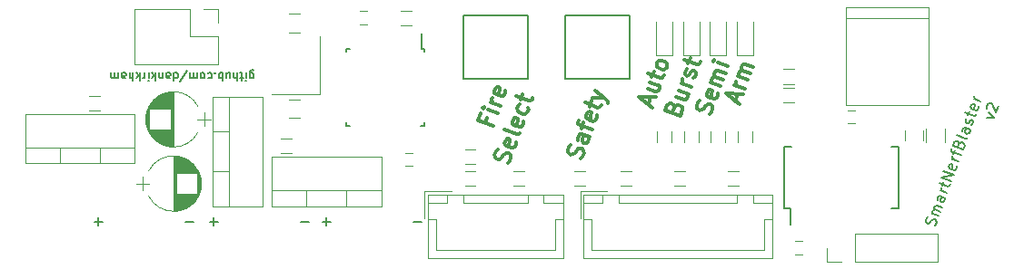
<source format=gbr>
G04 #@! TF.GenerationSoftware,KiCad,Pcbnew,(5.0.1-3-g963ef8bb5)*
G04 #@! TF.CreationDate,2020-07-12T22:57:35-05:00*
G04 #@! TF.ProjectId,SmartNerfBlaster,536D6172744E657266426C6173746572,v1*
G04 #@! TF.SameCoordinates,Original*
G04 #@! TF.FileFunction,Legend,Top*
G04 #@! TF.FilePolarity,Positive*
%FSLAX46Y46*%
G04 Gerber Fmt 4.6, Leading zero omitted, Abs format (unit mm)*
G04 Created by KiCad (PCBNEW (5.0.1-3-g963ef8bb5)) date Sunday, July 12, 2020 at 10:57:35 PM*
%MOMM*%
%LPD*%
G01*
G04 APERTURE LIST*
%ADD10C,0.190500*%
%ADD11C,0.300000*%
%ADD12C,0.120000*%
%ADD13C,0.150000*%
G04 APERTURE END LIST*
D10*
X138368175Y-77163285D02*
X138368175Y-76546428D01*
X138404460Y-76473857D01*
X138440746Y-76437571D01*
X138513317Y-76401285D01*
X138622175Y-76401285D01*
X138694746Y-76437571D01*
X138368175Y-76691571D02*
X138440746Y-76655285D01*
X138585889Y-76655285D01*
X138658460Y-76691571D01*
X138694746Y-76727857D01*
X138731032Y-76800428D01*
X138731032Y-77018142D01*
X138694746Y-77090714D01*
X138658460Y-77127000D01*
X138585889Y-77163285D01*
X138440746Y-77163285D01*
X138368175Y-77127000D01*
X138005317Y-76655285D02*
X138005317Y-77163285D01*
X138005317Y-77417285D02*
X138041603Y-77381000D01*
X138005317Y-77344714D01*
X137969032Y-77381000D01*
X138005317Y-77417285D01*
X138005317Y-77344714D01*
X137751317Y-77163285D02*
X137461032Y-77163285D01*
X137642460Y-77417285D02*
X137642460Y-76764142D01*
X137606175Y-76691571D01*
X137533603Y-76655285D01*
X137461032Y-76655285D01*
X137207032Y-76655285D02*
X137207032Y-77417285D01*
X136880460Y-76655285D02*
X136880460Y-77054428D01*
X136916746Y-77127000D01*
X136989317Y-77163285D01*
X137098175Y-77163285D01*
X137170746Y-77127000D01*
X137207032Y-77090714D01*
X136191032Y-77163285D02*
X136191032Y-76655285D01*
X136517603Y-77163285D02*
X136517603Y-76764142D01*
X136481317Y-76691571D01*
X136408746Y-76655285D01*
X136299889Y-76655285D01*
X136227317Y-76691571D01*
X136191032Y-76727857D01*
X135828175Y-76655285D02*
X135828175Y-77417285D01*
X135828175Y-77127000D02*
X135755603Y-77163285D01*
X135610460Y-77163285D01*
X135537889Y-77127000D01*
X135501603Y-77090714D01*
X135465317Y-77018142D01*
X135465317Y-76800428D01*
X135501603Y-76727857D01*
X135537889Y-76691571D01*
X135610460Y-76655285D01*
X135755603Y-76655285D01*
X135828175Y-76691571D01*
X135138746Y-76727857D02*
X135102460Y-76691571D01*
X135138746Y-76655285D01*
X135175032Y-76691571D01*
X135138746Y-76727857D01*
X135138746Y-76655285D01*
X134449317Y-76691571D02*
X134521889Y-76655285D01*
X134667032Y-76655285D01*
X134739603Y-76691571D01*
X134775889Y-76727857D01*
X134812175Y-76800428D01*
X134812175Y-77018142D01*
X134775889Y-77090714D01*
X134739603Y-77127000D01*
X134667032Y-77163285D01*
X134521889Y-77163285D01*
X134449317Y-77127000D01*
X134013889Y-76655285D02*
X134086460Y-76691571D01*
X134122746Y-76727857D01*
X134159032Y-76800428D01*
X134159032Y-77018142D01*
X134122746Y-77090714D01*
X134086460Y-77127000D01*
X134013889Y-77163285D01*
X133905032Y-77163285D01*
X133832460Y-77127000D01*
X133796175Y-77090714D01*
X133759889Y-77018142D01*
X133759889Y-76800428D01*
X133796175Y-76727857D01*
X133832460Y-76691571D01*
X133905032Y-76655285D01*
X134013889Y-76655285D01*
X133433317Y-76655285D02*
X133433317Y-77163285D01*
X133433317Y-77090714D02*
X133397032Y-77127000D01*
X133324460Y-77163285D01*
X133215603Y-77163285D01*
X133143032Y-77127000D01*
X133106746Y-77054428D01*
X133106746Y-76655285D01*
X133106746Y-77054428D02*
X133070460Y-77127000D01*
X132997889Y-77163285D01*
X132889032Y-77163285D01*
X132816460Y-77127000D01*
X132780175Y-77054428D01*
X132780175Y-76655285D01*
X131873032Y-77453571D02*
X132526175Y-76473857D01*
X131292460Y-76655285D02*
X131292460Y-77417285D01*
X131292460Y-76691571D02*
X131365032Y-76655285D01*
X131510175Y-76655285D01*
X131582746Y-76691571D01*
X131619032Y-76727857D01*
X131655317Y-76800428D01*
X131655317Y-77018142D01*
X131619032Y-77090714D01*
X131582746Y-77127000D01*
X131510175Y-77163285D01*
X131365032Y-77163285D01*
X131292460Y-77127000D01*
X130603032Y-76655285D02*
X130603032Y-77054428D01*
X130639317Y-77127000D01*
X130711889Y-77163285D01*
X130857032Y-77163285D01*
X130929603Y-77127000D01*
X130603032Y-76691571D02*
X130675603Y-76655285D01*
X130857032Y-76655285D01*
X130929603Y-76691571D01*
X130965889Y-76764142D01*
X130965889Y-76836714D01*
X130929603Y-76909285D01*
X130857032Y-76945571D01*
X130675603Y-76945571D01*
X130603032Y-76981857D01*
X130240175Y-77163285D02*
X130240175Y-76655285D01*
X130240175Y-77090714D02*
X130203889Y-77127000D01*
X130131317Y-77163285D01*
X130022460Y-77163285D01*
X129949889Y-77127000D01*
X129913603Y-77054428D01*
X129913603Y-76655285D01*
X129550746Y-76655285D02*
X129550746Y-77417285D01*
X129478175Y-76945571D02*
X129260460Y-76655285D01*
X129260460Y-77163285D02*
X129550746Y-76873000D01*
X128933889Y-76655285D02*
X128933889Y-77163285D01*
X128933889Y-77417285D02*
X128970175Y-77381000D01*
X128933889Y-77344714D01*
X128897603Y-77381000D01*
X128933889Y-77417285D01*
X128933889Y-77344714D01*
X128571032Y-76655285D02*
X128571032Y-77163285D01*
X128571032Y-77018142D02*
X128534746Y-77090714D01*
X128498460Y-77127000D01*
X128425889Y-77163285D01*
X128353317Y-77163285D01*
X128099317Y-76655285D02*
X128099317Y-77417285D01*
X128026746Y-76945571D02*
X127809032Y-76655285D01*
X127809032Y-77163285D02*
X128099317Y-76873000D01*
X127482460Y-76655285D02*
X127482460Y-77417285D01*
X127155889Y-76655285D02*
X127155889Y-77054428D01*
X127192175Y-77127000D01*
X127264746Y-77163285D01*
X127373603Y-77163285D01*
X127446175Y-77127000D01*
X127482460Y-77090714D01*
X126466460Y-76655285D02*
X126466460Y-77054428D01*
X126502746Y-77127000D01*
X126575317Y-77163285D01*
X126720460Y-77163285D01*
X126793032Y-77127000D01*
X126466460Y-76691571D02*
X126539032Y-76655285D01*
X126720460Y-76655285D01*
X126793032Y-76691571D01*
X126829317Y-76764142D01*
X126829317Y-76836714D01*
X126793032Y-76909285D01*
X126720460Y-76945571D01*
X126539032Y-76945571D01*
X126466460Y-76981857D01*
X126103603Y-76655285D02*
X126103603Y-77163285D01*
X126103603Y-77090714D02*
X126067317Y-77127000D01*
X125994746Y-77163285D01*
X125885889Y-77163285D01*
X125813317Y-77127000D01*
X125777032Y-77054428D01*
X125777032Y-76655285D01*
X125777032Y-77054428D02*
X125740746Y-77127000D01*
X125668175Y-77163285D01*
X125559317Y-77163285D01*
X125486746Y-77127000D01*
X125450460Y-77054428D01*
X125450460Y-76655285D01*
D11*
X183611957Y-79297088D02*
X183856257Y-78625879D01*
X183965823Y-79577909D02*
X182727294Y-78595033D01*
X184307843Y-78638217D01*
X184478853Y-78168370D02*
X183539160Y-77826350D01*
X183807644Y-77924070D02*
X183697832Y-77808089D01*
X183655141Y-77716539D01*
X183636880Y-77557867D01*
X183685740Y-77423625D01*
X184796443Y-77295799D02*
X183856751Y-76953779D01*
X183990992Y-77002639D02*
X183948301Y-76911088D01*
X183930041Y-76752416D01*
X184003331Y-76551053D01*
X184119311Y-76441241D01*
X184277983Y-76422981D01*
X185016313Y-76691711D01*
X184277983Y-76422981D02*
X184168172Y-76307000D01*
X184149911Y-76148328D01*
X184223201Y-75946965D01*
X184339182Y-75837153D01*
X184497853Y-75818892D01*
X185236183Y-76087623D01*
X169231842Y-84633138D02*
X169372253Y-84456206D01*
X169494403Y-84120601D01*
X169476142Y-83961929D01*
X169433451Y-83870379D01*
X169323640Y-83754398D01*
X169189398Y-83705538D01*
X169030726Y-83723798D01*
X168939175Y-83766489D01*
X168823194Y-83876301D01*
X168658353Y-84120355D01*
X168542372Y-84230167D01*
X168450821Y-84272857D01*
X168292150Y-84291118D01*
X168157908Y-84242258D01*
X168048096Y-84126277D01*
X168005405Y-84034726D01*
X167987144Y-83876055D01*
X168109294Y-83540450D01*
X168249705Y-83363517D01*
X170031863Y-82643941D02*
X169293534Y-82375211D01*
X169134862Y-82393472D01*
X169018881Y-82503284D01*
X168921161Y-82771768D01*
X168939422Y-82930439D01*
X169964743Y-82619511D02*
X169983003Y-82778183D01*
X169860853Y-83113788D01*
X169744872Y-83223600D01*
X169586201Y-83241860D01*
X169451959Y-83193000D01*
X169342147Y-83077019D01*
X169323886Y-82918348D01*
X169446036Y-82582743D01*
X169427775Y-82424071D01*
X169263181Y-81832075D02*
X169458621Y-81295108D01*
X170276164Y-81972732D02*
X169067987Y-81532992D01*
X168958176Y-81417011D01*
X168939915Y-81258340D01*
X168988775Y-81124098D01*
X170697643Y-80605884D02*
X170715904Y-80764556D01*
X170618184Y-81033040D01*
X170502203Y-81142852D01*
X170343531Y-81161112D01*
X169806564Y-80965672D01*
X169696752Y-80849691D01*
X169678491Y-80691020D01*
X169776211Y-80422536D01*
X169892192Y-80312724D01*
X170050864Y-80294463D01*
X170185106Y-80343323D01*
X170075047Y-81063392D01*
X169996081Y-79818448D02*
X170191521Y-79281481D01*
X169599525Y-79446075D02*
X170807701Y-79885815D01*
X170966373Y-79867554D01*
X171082354Y-79757743D01*
X171131214Y-79623501D01*
X170313671Y-78945876D02*
X171375514Y-78952292D01*
X170557971Y-78274667D02*
X171375514Y-78952292D01*
X171662259Y-79208684D01*
X171704949Y-79300235D01*
X171723210Y-79458906D01*
X160486306Y-80865201D02*
X160315296Y-81335047D01*
X161053626Y-81603777D02*
X159644087Y-81090747D01*
X159888387Y-80419538D01*
X161493366Y-80395601D02*
X160553673Y-80053581D01*
X160083827Y-79882571D02*
X160126518Y-79974122D01*
X160218069Y-79931431D01*
X160175378Y-79839880D01*
X160083827Y-79882571D01*
X160218069Y-79931431D01*
X161737666Y-79724392D02*
X160797973Y-79382372D01*
X161066457Y-79480092D02*
X160956645Y-79364111D01*
X160913954Y-79272560D01*
X160895693Y-79113888D01*
X160944553Y-78979647D01*
X162183575Y-78290423D02*
X162201836Y-78449095D01*
X162104116Y-78717579D01*
X161988135Y-78827390D01*
X161829463Y-78845651D01*
X161292496Y-78650211D01*
X161182684Y-78534230D01*
X161164423Y-78375558D01*
X161262143Y-78107075D01*
X161378124Y-77997263D01*
X161536796Y-77979002D01*
X161671038Y-78027862D01*
X161560980Y-78747931D01*
X162429950Y-85069213D02*
X162570361Y-84892281D01*
X162692511Y-84556676D01*
X162674250Y-84398004D01*
X162631559Y-84306454D01*
X162521748Y-84190473D01*
X162387506Y-84141613D01*
X162228834Y-84159873D01*
X162137283Y-84202564D01*
X162021302Y-84312376D01*
X161856461Y-84556430D01*
X161740480Y-84666242D01*
X161648929Y-84708932D01*
X161490258Y-84727193D01*
X161356016Y-84678333D01*
X161246204Y-84562352D01*
X161203513Y-84470801D01*
X161185252Y-84312130D01*
X161307402Y-83976525D01*
X161447813Y-83799592D01*
X163138421Y-83122707D02*
X163156681Y-83281379D01*
X163058961Y-83549863D01*
X162942980Y-83659675D01*
X162784309Y-83677935D01*
X162247341Y-83482495D01*
X162137530Y-83366514D01*
X162119269Y-83207843D01*
X162216989Y-82939359D01*
X162332970Y-82829547D01*
X162491642Y-82811286D01*
X162625883Y-82860146D01*
X162515825Y-83580215D01*
X163523132Y-82274566D02*
X163407151Y-82384377D01*
X163248479Y-82402638D01*
X162040303Y-81962898D01*
X163846891Y-81176201D02*
X163865152Y-81334873D01*
X163767432Y-81603357D01*
X163651451Y-81713168D01*
X163492779Y-81731429D01*
X162955812Y-81535989D01*
X162846000Y-81420008D01*
X162827739Y-81261336D01*
X162925459Y-80992853D01*
X163041440Y-80883041D01*
X163200112Y-80864780D01*
X163334354Y-80913640D01*
X163224295Y-81633709D01*
X164311061Y-79900904D02*
X164329322Y-80059576D01*
X164231602Y-80328059D01*
X164115621Y-80437871D01*
X164024070Y-80480562D01*
X163865398Y-80498823D01*
X163462673Y-80352243D01*
X163352861Y-80236262D01*
X163310170Y-80144711D01*
X163291909Y-79986039D01*
X163389629Y-79717556D01*
X163505610Y-79607744D01*
X163585069Y-79180589D02*
X163780509Y-78643621D01*
X163188513Y-78808216D02*
X164396689Y-79247956D01*
X164555361Y-79229695D01*
X164671342Y-79119883D01*
X164720202Y-78985641D01*
X175502022Y-79599132D02*
X175746322Y-78927923D01*
X175855888Y-79879953D02*
X174617359Y-78897077D01*
X176197908Y-78940261D01*
X175649095Y-77524306D02*
X176588788Y-77866326D01*
X175429225Y-78128394D02*
X176167555Y-78397124D01*
X176326227Y-78378864D01*
X176442208Y-78269052D01*
X176515498Y-78067689D01*
X176497237Y-77909017D01*
X176454546Y-77817466D01*
X175820105Y-77054460D02*
X176015546Y-76517493D01*
X175423549Y-76682087D02*
X176631725Y-77121827D01*
X176790397Y-77103566D01*
X176906378Y-76993755D01*
X176955238Y-76859513D01*
X177199538Y-76188304D02*
X177083557Y-76298116D01*
X176992006Y-76340807D01*
X176833335Y-76359067D01*
X176430609Y-76212487D01*
X176320797Y-76096506D01*
X176278107Y-76004956D01*
X176259846Y-75846284D01*
X176333136Y-75644921D01*
X176449117Y-75535109D01*
X176540668Y-75492418D01*
X176699339Y-75474157D01*
X177102065Y-75620738D01*
X177211877Y-75736718D01*
X177254567Y-75828269D01*
X177272828Y-75986941D01*
X177199538Y-76188304D01*
X177940848Y-79909861D02*
X178081259Y-79732928D01*
X178172810Y-79690237D01*
X178331482Y-79671976D01*
X178532844Y-79745266D01*
X178642656Y-79861247D01*
X178685347Y-79952798D01*
X178703608Y-80111470D01*
X178508168Y-80648437D01*
X177098629Y-80135407D01*
X177269639Y-79665561D01*
X177385620Y-79555749D01*
X177477171Y-79513058D01*
X177635842Y-79494797D01*
X177770084Y-79543657D01*
X177879896Y-79659638D01*
X177922587Y-79751189D01*
X177940848Y-79909861D01*
X177769838Y-80379707D01*
X178301375Y-78292790D02*
X179241068Y-78634810D01*
X178081505Y-78896878D02*
X178819835Y-79165608D01*
X178978507Y-79147347D01*
X179094488Y-79037535D01*
X179167778Y-78836173D01*
X179149517Y-78677501D01*
X179106826Y-78585950D01*
X179485368Y-77963601D02*
X178545675Y-77621581D01*
X178814159Y-77719301D02*
X178704347Y-77603320D01*
X178661656Y-77511769D01*
X178643396Y-77353097D01*
X178692256Y-77218855D01*
X179711407Y-77133720D02*
X179827388Y-77023908D01*
X179925108Y-76755425D01*
X179906847Y-76596753D01*
X179797036Y-76480772D01*
X179729915Y-76456342D01*
X179571243Y-76474603D01*
X179455262Y-76584415D01*
X179381972Y-76785777D01*
X179265991Y-76895589D01*
X179107319Y-76913850D01*
X179040198Y-76889420D01*
X178930387Y-76773439D01*
X178912126Y-76614767D01*
X178985416Y-76413405D01*
X179101397Y-76303593D01*
X179205286Y-75809317D02*
X179400726Y-75272349D01*
X178808729Y-75436944D02*
X180016906Y-75876684D01*
X180175578Y-75858423D01*
X180291558Y-75748611D01*
X180340418Y-75614369D01*
X181239907Y-80489765D02*
X181380318Y-80312833D01*
X181502468Y-79977228D01*
X181484207Y-79818556D01*
X181441516Y-79727005D01*
X181331704Y-79611024D01*
X181197462Y-79562164D01*
X181038791Y-79580425D01*
X180947240Y-79623116D01*
X180831259Y-79732928D01*
X180666418Y-79976982D01*
X180550437Y-80086793D01*
X180458886Y-80129484D01*
X180300214Y-80147745D01*
X180165972Y-80098885D01*
X180056161Y-79982904D01*
X180013470Y-79891353D01*
X179995209Y-79732681D01*
X180117359Y-79397077D01*
X180257770Y-79220144D01*
X181948377Y-78543259D02*
X181966638Y-78701931D01*
X181868918Y-78970415D01*
X181752937Y-79080226D01*
X181594265Y-79098487D01*
X181057298Y-78903047D01*
X180947486Y-78787066D01*
X180929225Y-78628394D01*
X181026945Y-78359911D01*
X181142926Y-78250099D01*
X181301598Y-78231838D01*
X181435840Y-78280698D01*
X181325782Y-79000767D01*
X182259798Y-77896480D02*
X181320105Y-77554460D01*
X181454347Y-77603320D02*
X181411656Y-77511769D01*
X181393396Y-77353097D01*
X181466686Y-77151735D01*
X181582666Y-77041923D01*
X181741338Y-77023662D01*
X182479668Y-77292392D01*
X181741338Y-77023662D02*
X181631526Y-76907681D01*
X181613266Y-76749009D01*
X181686556Y-76547646D01*
X181802537Y-76437835D01*
X181961208Y-76419574D01*
X182699538Y-76688304D01*
X182943838Y-76017095D02*
X182004146Y-75675075D01*
X181534299Y-75504065D02*
X181576990Y-75595616D01*
X181668541Y-75552925D01*
X181625850Y-75461374D01*
X181534299Y-75504065D01*
X181668541Y-75552925D01*
D10*
X202170059Y-90966103D02*
X202265164Y-90846260D01*
X202347900Y-90618944D01*
X202335531Y-90511471D01*
X202306615Y-90449460D01*
X202232236Y-90370902D01*
X202141310Y-90337808D01*
X202033836Y-90350176D01*
X201971825Y-90379092D01*
X201893268Y-90453472D01*
X201781615Y-90618777D01*
X201703058Y-90693156D01*
X201641047Y-90722072D01*
X201533573Y-90734441D01*
X201442647Y-90701347D01*
X201368268Y-90622789D01*
X201339352Y-90560778D01*
X201326983Y-90453305D01*
X201409719Y-90225989D01*
X201504824Y-90106146D01*
X202563014Y-90027922D02*
X201926529Y-89796261D01*
X202017456Y-89829355D02*
X201988540Y-89767345D01*
X201976171Y-89659871D01*
X202025813Y-89523481D01*
X202104370Y-89449102D01*
X202211844Y-89436733D01*
X202711940Y-89618753D01*
X202211844Y-89436733D02*
X202137465Y-89358176D01*
X202125096Y-89250702D01*
X202174738Y-89114312D01*
X202253296Y-89039933D01*
X202360769Y-89027564D01*
X202860865Y-89209584D01*
X203175263Y-88345783D02*
X202675167Y-88163763D01*
X202567694Y-88176132D01*
X202489136Y-88250511D01*
X202422947Y-88432364D01*
X202435316Y-88539838D01*
X203129800Y-88329236D02*
X203142168Y-88436709D01*
X203059432Y-88664026D01*
X202980874Y-88738405D01*
X202873401Y-88750774D01*
X202782474Y-88717679D01*
X202708095Y-88639121D01*
X202695726Y-88531648D01*
X202778463Y-88304331D01*
X202766094Y-88196858D01*
X203340735Y-87891151D02*
X202704250Y-87659489D01*
X202886103Y-87725678D02*
X202811724Y-87647120D01*
X202782808Y-87585110D01*
X202770439Y-87477636D01*
X202803534Y-87386710D01*
X202869723Y-87204857D02*
X203002101Y-86841151D01*
X202601122Y-86952636D02*
X203419460Y-87250487D01*
X203526934Y-87238118D01*
X203605492Y-87163739D01*
X203638586Y-87072813D01*
X203754417Y-86754570D02*
X202799689Y-86407078D01*
X203952984Y-86209012D01*
X202998256Y-85861519D01*
X204205372Y-85374126D02*
X204217740Y-85481600D01*
X204151551Y-85663453D01*
X204072993Y-85737832D01*
X203965520Y-85750201D01*
X203601814Y-85617823D01*
X203527435Y-85539265D01*
X203515066Y-85431791D01*
X203581255Y-85249938D01*
X203659813Y-85175559D01*
X203767287Y-85163190D01*
X203858213Y-85196285D01*
X203783667Y-85684012D01*
X204416307Y-84936041D02*
X203779822Y-84704380D01*
X203961675Y-84770569D02*
X203887296Y-84692011D01*
X203858380Y-84630000D01*
X203846011Y-84522527D01*
X203879106Y-84431600D01*
X203945295Y-84249747D02*
X204077673Y-83886042D01*
X204631422Y-84345019D02*
X203813084Y-84047169D01*
X203738705Y-83968611D01*
X203726336Y-83861137D01*
X203759430Y-83770211D01*
X204445724Y-83299198D02*
X204540829Y-83179356D01*
X204602840Y-83150440D01*
X204710313Y-83138071D01*
X204846703Y-83187713D01*
X204921082Y-83266271D01*
X204949998Y-83328281D01*
X204962367Y-83435755D01*
X204829989Y-83799461D01*
X203875261Y-83451968D01*
X203991092Y-83133726D01*
X204069650Y-83059346D01*
X204131660Y-83030430D01*
X204239134Y-83018062D01*
X204330060Y-83051156D01*
X204404440Y-83129714D01*
X204433356Y-83191725D01*
X204445724Y-83299198D01*
X204329893Y-83617441D01*
X205227123Y-82708343D02*
X205148565Y-82782722D01*
X205041092Y-82795091D01*
X204222754Y-82497240D01*
X205508427Y-81935468D02*
X205008331Y-81753449D01*
X204900857Y-81765817D01*
X204822300Y-81840196D01*
X204756111Y-82022049D01*
X204768479Y-82129523D01*
X205462963Y-81918921D02*
X205475332Y-82026395D01*
X205392596Y-82253711D01*
X205314038Y-82328090D01*
X205206564Y-82340459D01*
X205115638Y-82307364D01*
X205041259Y-82228807D01*
X205028890Y-82121333D01*
X205111626Y-81894017D01*
X205099258Y-81786543D01*
X205611889Y-81509752D02*
X205690446Y-81435373D01*
X205756635Y-81253520D01*
X205744267Y-81146046D01*
X205669888Y-81067489D01*
X205624424Y-81050941D01*
X205516951Y-81063310D01*
X205438393Y-81137689D01*
X205388751Y-81274079D01*
X205310193Y-81348458D01*
X205202720Y-81360827D01*
X205157256Y-81344280D01*
X205082877Y-81265722D01*
X205070509Y-81158248D01*
X205120150Y-81021858D01*
X205198708Y-80947479D01*
X205269076Y-80612689D02*
X205401454Y-80248984D01*
X205000475Y-80360469D02*
X205818813Y-80658320D01*
X205926287Y-80645951D01*
X206004844Y-80571572D01*
X206037939Y-80480645D01*
X206240685Y-79782150D02*
X206253053Y-79889623D01*
X206186864Y-80071476D01*
X206108306Y-80145855D01*
X206000833Y-80158224D01*
X205637127Y-80025846D01*
X205562748Y-79947288D01*
X205550379Y-79839815D01*
X205616568Y-79657962D01*
X205695126Y-79583583D01*
X205802600Y-79571214D01*
X205893526Y-79604308D01*
X205818980Y-80092035D01*
X206451620Y-79344065D02*
X205815135Y-79112403D01*
X205996988Y-79178592D02*
X205922609Y-79100034D01*
X205893693Y-79038024D01*
X205881324Y-78930550D01*
X205914419Y-78839624D01*
X207012557Y-80835378D02*
X207731778Y-80839723D01*
X207178029Y-80380745D01*
X207066544Y-79979767D02*
X207037628Y-79917756D01*
X207025259Y-79810282D01*
X207107996Y-79582966D01*
X207186553Y-79508587D01*
X207248564Y-79479671D01*
X207356038Y-79467302D01*
X207446964Y-79500397D01*
X207566806Y-79595502D01*
X207913798Y-80339628D01*
X208128912Y-79748606D01*
D12*
G04 #@! TO.C,C1*
X128400000Y-86350000D02*
X128400000Y-87650000D01*
X127800000Y-87000000D02*
X129000000Y-87000000D01*
X133811000Y-86646000D02*
X133811000Y-87354000D01*
X133771000Y-86441000D02*
X133771000Y-87559000D01*
X133731000Y-86293000D02*
X133731000Y-87707000D01*
X133691000Y-86171000D02*
X133691000Y-87829000D01*
X133651000Y-86066000D02*
X133651000Y-87934000D01*
X133611000Y-85972000D02*
X133611000Y-88028000D01*
X133571000Y-85888000D02*
X133571000Y-88112000D01*
X133531000Y-85811000D02*
X133531000Y-88189000D01*
X133491000Y-85739000D02*
X133491000Y-88261000D01*
X133451000Y-87980000D02*
X133451000Y-88327000D01*
X133451000Y-85673000D02*
X133451000Y-86020000D01*
X133411000Y-87980000D02*
X133411000Y-88390000D01*
X133411000Y-85610000D02*
X133411000Y-86020000D01*
X133371000Y-87980000D02*
X133371000Y-88448000D01*
X133371000Y-85552000D02*
X133371000Y-86020000D01*
X133331000Y-87980000D02*
X133331000Y-88504000D01*
X133331000Y-85496000D02*
X133331000Y-86020000D01*
X133291000Y-87980000D02*
X133291000Y-88556000D01*
X133291000Y-85444000D02*
X133291000Y-86020000D01*
X133251000Y-87980000D02*
X133251000Y-88606000D01*
X133251000Y-85394000D02*
X133251000Y-86020000D01*
X133211000Y-87980000D02*
X133211000Y-88654000D01*
X133211000Y-85346000D02*
X133211000Y-86020000D01*
X133171000Y-87980000D02*
X133171000Y-88699000D01*
X133171000Y-85301000D02*
X133171000Y-86020000D01*
X133131000Y-87980000D02*
X133131000Y-88742000D01*
X133131000Y-85258000D02*
X133131000Y-86020000D01*
X133091000Y-87980000D02*
X133091000Y-88783000D01*
X133091000Y-85217000D02*
X133091000Y-86020000D01*
X133051000Y-87980000D02*
X133051000Y-88823000D01*
X133051000Y-85177000D02*
X133051000Y-86020000D01*
X133011000Y-87980000D02*
X133011000Y-88861000D01*
X133011000Y-85139000D02*
X133011000Y-86020000D01*
X132971000Y-87980000D02*
X132971000Y-88897000D01*
X132971000Y-85103000D02*
X132971000Y-86020000D01*
X132931000Y-87980000D02*
X132931000Y-88932000D01*
X132931000Y-85068000D02*
X132931000Y-86020000D01*
X132891000Y-87980000D02*
X132891000Y-88965000D01*
X132891000Y-85035000D02*
X132891000Y-86020000D01*
X132851000Y-87980000D02*
X132851000Y-88997000D01*
X132851000Y-85003000D02*
X132851000Y-86020000D01*
X132811000Y-87980000D02*
X132811000Y-89028000D01*
X132811000Y-84972000D02*
X132811000Y-86020000D01*
X132771000Y-87980000D02*
X132771000Y-89058000D01*
X132771000Y-84942000D02*
X132771000Y-86020000D01*
X132731000Y-87980000D02*
X132731000Y-89086000D01*
X132731000Y-84914000D02*
X132731000Y-86020000D01*
X132691000Y-87980000D02*
X132691000Y-89113000D01*
X132691000Y-84887000D02*
X132691000Y-86020000D01*
X132651000Y-87980000D02*
X132651000Y-89140000D01*
X132651000Y-84860000D02*
X132651000Y-86020000D01*
X132611000Y-87980000D02*
X132611000Y-89165000D01*
X132611000Y-84835000D02*
X132611000Y-86020000D01*
X132571000Y-87980000D02*
X132571000Y-89189000D01*
X132571000Y-84811000D02*
X132571000Y-86020000D01*
X132531000Y-87980000D02*
X132531000Y-89212000D01*
X132531000Y-84788000D02*
X132531000Y-86020000D01*
X132491000Y-87980000D02*
X132491000Y-89234000D01*
X132491000Y-84766000D02*
X132491000Y-86020000D01*
X132451000Y-87980000D02*
X132451000Y-89256000D01*
X132451000Y-84744000D02*
X132451000Y-86020000D01*
X132411000Y-87980000D02*
X132411000Y-89276000D01*
X132411000Y-84724000D02*
X132411000Y-86020000D01*
X132371000Y-87980000D02*
X132371000Y-89296000D01*
X132371000Y-84704000D02*
X132371000Y-86020000D01*
X132331000Y-87980000D02*
X132331000Y-89315000D01*
X132331000Y-84685000D02*
X132331000Y-86020000D01*
X132291000Y-87980000D02*
X132291000Y-89333000D01*
X132291000Y-84667000D02*
X132291000Y-86020000D01*
X132251000Y-87980000D02*
X132251000Y-89350000D01*
X132251000Y-84650000D02*
X132251000Y-86020000D01*
X132211000Y-87980000D02*
X132211000Y-89366000D01*
X132211000Y-84634000D02*
X132211000Y-86020000D01*
X132171000Y-87980000D02*
X132171000Y-89382000D01*
X132171000Y-84618000D02*
X132171000Y-86020000D01*
X132131000Y-87980000D02*
X132131000Y-89396000D01*
X132131000Y-84604000D02*
X132131000Y-86020000D01*
X132091000Y-87980000D02*
X132091000Y-89410000D01*
X132091000Y-84590000D02*
X132091000Y-86020000D01*
X132051000Y-87980000D02*
X132051000Y-89424000D01*
X132051000Y-84576000D02*
X132051000Y-86020000D01*
X132011000Y-87980000D02*
X132011000Y-89436000D01*
X132011000Y-84564000D02*
X132011000Y-86020000D01*
X131971000Y-87980000D02*
X131971000Y-89448000D01*
X131971000Y-84552000D02*
X131971000Y-86020000D01*
X131930000Y-87980000D02*
X131930000Y-89460000D01*
X131930000Y-84540000D02*
X131930000Y-86020000D01*
X131890000Y-87980000D02*
X131890000Y-89470000D01*
X131890000Y-84530000D02*
X131890000Y-86020000D01*
X131850000Y-87980000D02*
X131850000Y-89480000D01*
X131850000Y-84520000D02*
X131850000Y-86020000D01*
X131810000Y-87980000D02*
X131810000Y-89489000D01*
X131810000Y-84511000D02*
X131810000Y-86020000D01*
X131770000Y-87980000D02*
X131770000Y-89498000D01*
X131770000Y-84502000D02*
X131770000Y-86020000D01*
X131730000Y-87980000D02*
X131730000Y-89506000D01*
X131730000Y-84494000D02*
X131730000Y-86020000D01*
X131690000Y-87980000D02*
X131690000Y-89513000D01*
X131690000Y-84487000D02*
X131690000Y-86020000D01*
X131650000Y-87980000D02*
X131650000Y-89519000D01*
X131650000Y-84481000D02*
X131650000Y-86020000D01*
X131610000Y-87980000D02*
X131610000Y-89525000D01*
X131610000Y-84475000D02*
X131610000Y-86020000D01*
X131570000Y-87980000D02*
X131570000Y-89531000D01*
X131570000Y-84469000D02*
X131570000Y-86020000D01*
X131530000Y-87980000D02*
X131530000Y-89535000D01*
X131530000Y-84465000D02*
X131530000Y-86020000D01*
X131490000Y-84461000D02*
X131490000Y-89539000D01*
X131450000Y-84457000D02*
X131450000Y-89543000D01*
X131410000Y-84454000D02*
X131410000Y-89546000D01*
X131370000Y-84452000D02*
X131370000Y-89548000D01*
X131330000Y-84451000D02*
X131330000Y-89549000D01*
X131290000Y-84450000D02*
X131290000Y-89550000D01*
X131250000Y-84450000D02*
X131250000Y-89550000D01*
X133555722Y-88179723D02*
G75*
G03X133555580Y-85820000I-2305722J1179723D01*
G01*
X133555722Y-88179723D02*
G75*
G02X128944420Y-88180000I-2305722J1179723D01*
G01*
X133555722Y-85820277D02*
G75*
G03X128944420Y-85820000I-2305722J-1179723D01*
G01*
G04 #@! TO.C,C2*
X128944278Y-82179723D02*
G75*
G03X133555580Y-82180000I2305722J1179723D01*
G01*
X128944278Y-79820277D02*
G75*
G02X133555580Y-79820000I2305722J-1179723D01*
G01*
X128944278Y-79820277D02*
G75*
G03X128944420Y-82180000I2305722J-1179723D01*
G01*
X131250000Y-83550000D02*
X131250000Y-78450000D01*
X131210000Y-83550000D02*
X131210000Y-78450000D01*
X131170000Y-83549000D02*
X131170000Y-78451000D01*
X131130000Y-83548000D02*
X131130000Y-78452000D01*
X131090000Y-83546000D02*
X131090000Y-78454000D01*
X131050000Y-83543000D02*
X131050000Y-78457000D01*
X131010000Y-83539000D02*
X131010000Y-78461000D01*
X130970000Y-83535000D02*
X130970000Y-81980000D01*
X130970000Y-80020000D02*
X130970000Y-78465000D01*
X130930000Y-83531000D02*
X130930000Y-81980000D01*
X130930000Y-80020000D02*
X130930000Y-78469000D01*
X130890000Y-83525000D02*
X130890000Y-81980000D01*
X130890000Y-80020000D02*
X130890000Y-78475000D01*
X130850000Y-83519000D02*
X130850000Y-81980000D01*
X130850000Y-80020000D02*
X130850000Y-78481000D01*
X130810000Y-83513000D02*
X130810000Y-81980000D01*
X130810000Y-80020000D02*
X130810000Y-78487000D01*
X130770000Y-83506000D02*
X130770000Y-81980000D01*
X130770000Y-80020000D02*
X130770000Y-78494000D01*
X130730000Y-83498000D02*
X130730000Y-81980000D01*
X130730000Y-80020000D02*
X130730000Y-78502000D01*
X130690000Y-83489000D02*
X130690000Y-81980000D01*
X130690000Y-80020000D02*
X130690000Y-78511000D01*
X130650000Y-83480000D02*
X130650000Y-81980000D01*
X130650000Y-80020000D02*
X130650000Y-78520000D01*
X130610000Y-83470000D02*
X130610000Y-81980000D01*
X130610000Y-80020000D02*
X130610000Y-78530000D01*
X130570000Y-83460000D02*
X130570000Y-81980000D01*
X130570000Y-80020000D02*
X130570000Y-78540000D01*
X130529000Y-83448000D02*
X130529000Y-81980000D01*
X130529000Y-80020000D02*
X130529000Y-78552000D01*
X130489000Y-83436000D02*
X130489000Y-81980000D01*
X130489000Y-80020000D02*
X130489000Y-78564000D01*
X130449000Y-83424000D02*
X130449000Y-81980000D01*
X130449000Y-80020000D02*
X130449000Y-78576000D01*
X130409000Y-83410000D02*
X130409000Y-81980000D01*
X130409000Y-80020000D02*
X130409000Y-78590000D01*
X130369000Y-83396000D02*
X130369000Y-81980000D01*
X130369000Y-80020000D02*
X130369000Y-78604000D01*
X130329000Y-83382000D02*
X130329000Y-81980000D01*
X130329000Y-80020000D02*
X130329000Y-78618000D01*
X130289000Y-83366000D02*
X130289000Y-81980000D01*
X130289000Y-80020000D02*
X130289000Y-78634000D01*
X130249000Y-83350000D02*
X130249000Y-81980000D01*
X130249000Y-80020000D02*
X130249000Y-78650000D01*
X130209000Y-83333000D02*
X130209000Y-81980000D01*
X130209000Y-80020000D02*
X130209000Y-78667000D01*
X130169000Y-83315000D02*
X130169000Y-81980000D01*
X130169000Y-80020000D02*
X130169000Y-78685000D01*
X130129000Y-83296000D02*
X130129000Y-81980000D01*
X130129000Y-80020000D02*
X130129000Y-78704000D01*
X130089000Y-83276000D02*
X130089000Y-81980000D01*
X130089000Y-80020000D02*
X130089000Y-78724000D01*
X130049000Y-83256000D02*
X130049000Y-81980000D01*
X130049000Y-80020000D02*
X130049000Y-78744000D01*
X130009000Y-83234000D02*
X130009000Y-81980000D01*
X130009000Y-80020000D02*
X130009000Y-78766000D01*
X129969000Y-83212000D02*
X129969000Y-81980000D01*
X129969000Y-80020000D02*
X129969000Y-78788000D01*
X129929000Y-83189000D02*
X129929000Y-81980000D01*
X129929000Y-80020000D02*
X129929000Y-78811000D01*
X129889000Y-83165000D02*
X129889000Y-81980000D01*
X129889000Y-80020000D02*
X129889000Y-78835000D01*
X129849000Y-83140000D02*
X129849000Y-81980000D01*
X129849000Y-80020000D02*
X129849000Y-78860000D01*
X129809000Y-83113000D02*
X129809000Y-81980000D01*
X129809000Y-80020000D02*
X129809000Y-78887000D01*
X129769000Y-83086000D02*
X129769000Y-81980000D01*
X129769000Y-80020000D02*
X129769000Y-78914000D01*
X129729000Y-83058000D02*
X129729000Y-81980000D01*
X129729000Y-80020000D02*
X129729000Y-78942000D01*
X129689000Y-83028000D02*
X129689000Y-81980000D01*
X129689000Y-80020000D02*
X129689000Y-78972000D01*
X129649000Y-82997000D02*
X129649000Y-81980000D01*
X129649000Y-80020000D02*
X129649000Y-79003000D01*
X129609000Y-82965000D02*
X129609000Y-81980000D01*
X129609000Y-80020000D02*
X129609000Y-79035000D01*
X129569000Y-82932000D02*
X129569000Y-81980000D01*
X129569000Y-80020000D02*
X129569000Y-79068000D01*
X129529000Y-82897000D02*
X129529000Y-81980000D01*
X129529000Y-80020000D02*
X129529000Y-79103000D01*
X129489000Y-82861000D02*
X129489000Y-81980000D01*
X129489000Y-80020000D02*
X129489000Y-79139000D01*
X129449000Y-82823000D02*
X129449000Y-81980000D01*
X129449000Y-80020000D02*
X129449000Y-79177000D01*
X129409000Y-82783000D02*
X129409000Y-81980000D01*
X129409000Y-80020000D02*
X129409000Y-79217000D01*
X129369000Y-82742000D02*
X129369000Y-81980000D01*
X129369000Y-80020000D02*
X129369000Y-79258000D01*
X129329000Y-82699000D02*
X129329000Y-81980000D01*
X129329000Y-80020000D02*
X129329000Y-79301000D01*
X129289000Y-82654000D02*
X129289000Y-81980000D01*
X129289000Y-80020000D02*
X129289000Y-79346000D01*
X129249000Y-82606000D02*
X129249000Y-81980000D01*
X129249000Y-80020000D02*
X129249000Y-79394000D01*
X129209000Y-82556000D02*
X129209000Y-81980000D01*
X129209000Y-80020000D02*
X129209000Y-79444000D01*
X129169000Y-82504000D02*
X129169000Y-81980000D01*
X129169000Y-80020000D02*
X129169000Y-79496000D01*
X129129000Y-82448000D02*
X129129000Y-81980000D01*
X129129000Y-80020000D02*
X129129000Y-79552000D01*
X129089000Y-82390000D02*
X129089000Y-81980000D01*
X129089000Y-80020000D02*
X129089000Y-79610000D01*
X129049000Y-82327000D02*
X129049000Y-81980000D01*
X129049000Y-80020000D02*
X129049000Y-79673000D01*
X129009000Y-82261000D02*
X129009000Y-79739000D01*
X128969000Y-82189000D02*
X128969000Y-79811000D01*
X128929000Y-82112000D02*
X128929000Y-79888000D01*
X128889000Y-82028000D02*
X128889000Y-79972000D01*
X128849000Y-81934000D02*
X128849000Y-80066000D01*
X128809000Y-81829000D02*
X128809000Y-80171000D01*
X128769000Y-81707000D02*
X128769000Y-80293000D01*
X128729000Y-81559000D02*
X128729000Y-80441000D01*
X128689000Y-81354000D02*
X128689000Y-80646000D01*
X134700000Y-81000000D02*
X133500000Y-81000000D01*
X134100000Y-81650000D02*
X134100000Y-80350000D01*
G04 #@! TO.C,J2*
X169150000Y-87750000D02*
X169150000Y-90250000D01*
X171650000Y-87750000D02*
X169150000Y-87750000D01*
X186300000Y-93250000D02*
X178250000Y-93250000D01*
X186300000Y-90300000D02*
X186300000Y-93250000D01*
X187050000Y-90300000D02*
X186300000Y-90300000D01*
X170200000Y-93250000D02*
X178250000Y-93250000D01*
X170200000Y-90300000D02*
X170200000Y-93250000D01*
X169450000Y-90300000D02*
X170200000Y-90300000D01*
X187050000Y-88050000D02*
X185250000Y-88050000D01*
X187050000Y-88800000D02*
X187050000Y-88050000D01*
X185250000Y-88800000D02*
X187050000Y-88800000D01*
X185250000Y-88050000D02*
X185250000Y-88800000D01*
X171250000Y-88050000D02*
X169450000Y-88050000D01*
X171250000Y-88800000D02*
X171250000Y-88050000D01*
X169450000Y-88800000D02*
X171250000Y-88800000D01*
X169450000Y-88050000D02*
X169450000Y-88800000D01*
X183750000Y-88050000D02*
X172750000Y-88050000D01*
X183750000Y-88800000D02*
X183750000Y-88050000D01*
X172750000Y-88800000D02*
X183750000Y-88800000D01*
X172750000Y-88050000D02*
X172750000Y-88800000D01*
X187050000Y-88050000D02*
X169450000Y-88050000D01*
X187050000Y-94000000D02*
X187050000Y-88050000D01*
X169450000Y-94000000D02*
X187050000Y-94000000D01*
X169450000Y-88050000D02*
X169450000Y-94000000D01*
G04 #@! TO.C,J3*
X154650000Y-87750000D02*
X154650000Y-90250000D01*
X157150000Y-87750000D02*
X154650000Y-87750000D01*
X166800000Y-93250000D02*
X161250000Y-93250000D01*
X166800000Y-90300000D02*
X166800000Y-93250000D01*
X167550000Y-90300000D02*
X166800000Y-90300000D01*
X155700000Y-93250000D02*
X161250000Y-93250000D01*
X155700000Y-90300000D02*
X155700000Y-93250000D01*
X154950000Y-90300000D02*
X155700000Y-90300000D01*
X167550000Y-88050000D02*
X165750000Y-88050000D01*
X167550000Y-88800000D02*
X167550000Y-88050000D01*
X165750000Y-88800000D02*
X167550000Y-88800000D01*
X165750000Y-88050000D02*
X165750000Y-88800000D01*
X156750000Y-88050000D02*
X154950000Y-88050000D01*
X156750000Y-88800000D02*
X156750000Y-88050000D01*
X154950000Y-88800000D02*
X156750000Y-88800000D01*
X154950000Y-88050000D02*
X154950000Y-88800000D01*
X164250000Y-88050000D02*
X158250000Y-88050000D01*
X164250000Y-88800000D02*
X164250000Y-88050000D01*
X158250000Y-88800000D02*
X164250000Y-88800000D01*
X158250000Y-88050000D02*
X158250000Y-88800000D01*
X167550000Y-88050000D02*
X154950000Y-88050000D01*
X167550000Y-94000000D02*
X167550000Y-88050000D01*
X154950000Y-94000000D02*
X167550000Y-94000000D01*
X154950000Y-88050000D02*
X154950000Y-94000000D01*
G04 #@! TO.C,Q1*
X150620000Y-89120000D02*
X140380000Y-89120000D01*
X150620000Y-84479000D02*
X140380000Y-84479000D01*
X150620000Y-89120000D02*
X150620000Y-84479000D01*
X140380000Y-89120000D02*
X140380000Y-84479000D01*
X150620000Y-87610000D02*
X140380000Y-87610000D01*
X147350000Y-89120000D02*
X147350000Y-87610000D01*
X143649000Y-89120000D02*
X143649000Y-87610000D01*
G04 #@! TO.C,Q2*
X120689000Y-85120000D02*
X120689000Y-83610000D01*
X124390000Y-85120000D02*
X124390000Y-83610000D01*
X127660000Y-83610000D02*
X117420000Y-83610000D01*
X117420000Y-85120000D02*
X117420000Y-80479000D01*
X127660000Y-85120000D02*
X127660000Y-80479000D01*
X127660000Y-80479000D02*
X117420000Y-80479000D01*
X127660000Y-85120000D02*
X117420000Y-85120000D01*
G04 #@! TO.C,U1*
X134880000Y-82149000D02*
X136390000Y-82149000D01*
X134880000Y-85850000D02*
X136390000Y-85850000D01*
X136390000Y-89120000D02*
X136390000Y-78880000D01*
X134880000Y-78880000D02*
X139521000Y-78880000D01*
X134880000Y-89120000D02*
X139521000Y-89120000D01*
X139521000Y-89120000D02*
X139521000Y-78880000D01*
X134880000Y-89120000D02*
X134880000Y-78880000D01*
G04 #@! TO.C,C3*
X153550000Y-85350000D02*
X152850000Y-85350000D01*
X152850000Y-84150000D02*
X153550000Y-84150000D01*
G04 #@! TO.C,C4*
X149300000Y-72100000D02*
X148600000Y-72100000D01*
X148600000Y-70900000D02*
X149300000Y-70900000D01*
G04 #@! TO.C,C5*
X142000000Y-72850000D02*
X143000000Y-72850000D01*
X143000000Y-71150000D02*
X142000000Y-71150000D01*
G04 #@! TO.C,C6*
X142000000Y-80850000D02*
X143000000Y-80850000D01*
X143000000Y-79150000D02*
X142000000Y-79150000D01*
G04 #@! TO.C,D1*
X181250000Y-75050000D02*
X182750000Y-75050000D01*
X181250000Y-75050000D02*
X181250000Y-71850000D01*
X182750000Y-71850000D02*
X182750000Y-75050000D01*
G04 #@! TO.C,D2*
X180250000Y-71850000D02*
X180250000Y-75050000D01*
X178750000Y-75050000D02*
X178750000Y-71850000D01*
X178750000Y-75050000D02*
X180250000Y-75050000D01*
G04 #@! TO.C,D3*
X176250000Y-75050000D02*
X177750000Y-75050000D01*
X176250000Y-75050000D02*
X176250000Y-71850000D01*
X177750000Y-71850000D02*
X177750000Y-75050000D01*
G04 #@! TO.C,R1*
X141250000Y-82820000D02*
X142250000Y-82820000D01*
X142250000Y-84180000D02*
X141250000Y-84180000D01*
G04 #@! TO.C,R2*
X123400000Y-78820000D02*
X124400000Y-78820000D01*
X124400000Y-80180000D02*
X123400000Y-80180000D01*
G04 #@! TO.C,R3*
X152400000Y-70820000D02*
X153400000Y-70820000D01*
X153400000Y-72180000D02*
X152400000Y-72180000D01*
G04 #@! TO.C,R4*
X173900000Y-87180000D02*
X172900000Y-87180000D01*
X172900000Y-85820000D02*
X173900000Y-85820000D01*
G04 #@! TO.C,R5*
X177900000Y-85820000D02*
X178900000Y-85820000D01*
X178900000Y-87180000D02*
X177900000Y-87180000D01*
G04 #@! TO.C,R6*
X183900000Y-87180000D02*
X182900000Y-87180000D01*
X182900000Y-85820000D02*
X183900000Y-85820000D01*
G04 #@! TO.C,R7*
X158400000Y-85820000D02*
X159400000Y-85820000D01*
X159400000Y-87180000D02*
X158400000Y-87180000D01*
G04 #@! TO.C,R8*
X163900000Y-87180000D02*
X162900000Y-87180000D01*
X162900000Y-85820000D02*
X163900000Y-85820000D01*
G04 #@! TO.C,R9*
X182680000Y-82100000D02*
X182680000Y-83100000D01*
X181320000Y-83100000D02*
X181320000Y-82100000D01*
G04 #@! TO.C,R10*
X178820000Y-83100000D02*
X178820000Y-82100000D01*
X180180000Y-82100000D02*
X180180000Y-83100000D01*
G04 #@! TO.C,R11*
X177680000Y-82100000D02*
X177680000Y-83100000D01*
X176320000Y-83100000D02*
X176320000Y-82100000D01*
G04 #@! TO.C,R12*
X158400000Y-83820000D02*
X159400000Y-83820000D01*
X159400000Y-85180000D02*
X158400000Y-85180000D01*
G04 #@! TO.C,R13*
X169600000Y-87180000D02*
X168600000Y-87180000D01*
X168600000Y-85820000D02*
X169600000Y-85820000D01*
D13*
G04 #@! TO.C,SW1*
X158250000Y-77250000D02*
X158250000Y-71250000D01*
X164250000Y-77250000D02*
X158250000Y-77250000D01*
X164250000Y-71250000D02*
X164250000Y-77250000D01*
X158250000Y-71250000D02*
X164250000Y-71250000D01*
G04 #@! TO.C,SW2*
X167750000Y-71250000D02*
X173750000Y-71250000D01*
X173750000Y-71250000D02*
X173750000Y-77250000D01*
X173750000Y-77250000D02*
X167750000Y-77250000D01*
X167750000Y-77250000D02*
X167750000Y-71250000D01*
G04 #@! TO.C,U2*
X154400000Y-74375000D02*
X154400000Y-72950000D01*
X154625000Y-81625000D02*
X154625000Y-81300000D01*
X147375000Y-81625000D02*
X147375000Y-81300000D01*
X147375000Y-74375000D02*
X147375000Y-74700000D01*
X154625000Y-74375000D02*
X154625000Y-74700000D01*
X147375000Y-74375000D02*
X147700000Y-74375000D01*
X147375000Y-81625000D02*
X147700000Y-81625000D01*
X154625000Y-81625000D02*
X154300000Y-81625000D01*
X154625000Y-74375000D02*
X154400000Y-74375000D01*
D12*
G04 #@! TO.C,J6*
X135370000Y-70670000D02*
X135370000Y-72000000D01*
X134040000Y-70670000D02*
X135370000Y-70670000D01*
X135370000Y-73270000D02*
X135370000Y-75870000D01*
X132770000Y-73270000D02*
X135370000Y-73270000D01*
X132770000Y-70670000D02*
X132770000Y-73270000D01*
X135370000Y-75870000D02*
X127630000Y-75870000D01*
X132770000Y-70670000D02*
X127630000Y-70670000D01*
X127630000Y-70670000D02*
X127630000Y-75870000D01*
G04 #@! TO.C,C7*
X199400000Y-82000000D02*
X199400000Y-83000000D01*
X201100000Y-83000000D02*
X201100000Y-82000000D01*
G04 #@! TO.C,C8*
X194100000Y-80150000D02*
X194800000Y-80150000D01*
X194800000Y-81350000D02*
X194100000Y-81350000D01*
G04 #@! TO.C,C9*
X189150000Y-92400000D02*
X189850000Y-92400000D01*
X189850000Y-93600000D02*
X189150000Y-93600000D01*
G04 #@! TO.C,D4*
X183750000Y-75050000D02*
X185250000Y-75050000D01*
X183750000Y-75050000D02*
X183750000Y-71850000D01*
X185250000Y-71850000D02*
X185250000Y-75050000D01*
G04 #@! TO.C,FB1*
X203130000Y-81900000D02*
X203130000Y-83100000D01*
X201370000Y-83100000D02*
X201370000Y-81900000D01*
G04 #@! TO.C,J7*
X201600000Y-79700000D02*
X201600000Y-70500000D01*
X193900000Y-79700000D02*
X201600000Y-79700000D01*
X193900000Y-70500000D02*
X193900000Y-79700000D01*
X201600000Y-70500000D02*
X193900000Y-70500000D01*
X201600000Y-71500000D02*
X193900000Y-71500000D01*
G04 #@! TO.C,R14*
X188100000Y-78070000D02*
X189100000Y-78070000D01*
X189100000Y-79430000D02*
X188100000Y-79430000D01*
G04 #@! TO.C,R15*
X189100000Y-77680000D02*
X188100000Y-77680000D01*
X188100000Y-76320000D02*
X189100000Y-76320000D01*
G04 #@! TO.C,R16*
X185180000Y-82100000D02*
X185180000Y-83100000D01*
X183820000Y-83100000D02*
X183820000Y-82100000D01*
G04 #@! TO.C,Y1*
X144900000Y-78650000D02*
X144900000Y-73250000D01*
X140400000Y-78650000D02*
X144900000Y-78650000D01*
D13*
G04 #@! TO.C,U3*
X188750000Y-89275000D02*
X188750000Y-90875000D01*
X198825000Y-89275000D02*
X198825000Y-83525000D01*
X188175000Y-89275000D02*
X188175000Y-83525000D01*
X198825000Y-89275000D02*
X198175000Y-89275000D01*
X198825000Y-83525000D02*
X198175000Y-83525000D01*
X188175000Y-83525000D02*
X188825000Y-83525000D01*
X188175000Y-89275000D02*
X188750000Y-89275000D01*
D12*
G04 #@! TO.C,J8*
X192170000Y-94330000D02*
X192170000Y-93000000D01*
X193500000Y-94330000D02*
X192170000Y-94330000D01*
X194770000Y-94330000D02*
X194770000Y-91670000D01*
X194770000Y-91670000D02*
X202450000Y-91670000D01*
X194770000Y-94330000D02*
X202450000Y-94330000D01*
X202450000Y-94330000D02*
X202450000Y-91670000D01*
G04 #@! TO.C,J4*
D13*
X153619047Y-90571428D02*
X154380952Y-90571428D01*
X145119047Y-90571428D02*
X145880952Y-90571428D01*
X145500000Y-90952380D02*
X145500000Y-90190476D01*
G04 #@! TO.C,J1*
X143119047Y-90571428D02*
X143880952Y-90571428D01*
X134619047Y-90571428D02*
X135380952Y-90571428D01*
X135000000Y-90952380D02*
X135000000Y-90190476D01*
G04 #@! TO.C,J5*
X132369047Y-90571428D02*
X133130952Y-90571428D01*
X123869047Y-90571428D02*
X124630952Y-90571428D01*
X124250000Y-90952380D02*
X124250000Y-90190476D01*
G04 #@! TD*
M02*

</source>
